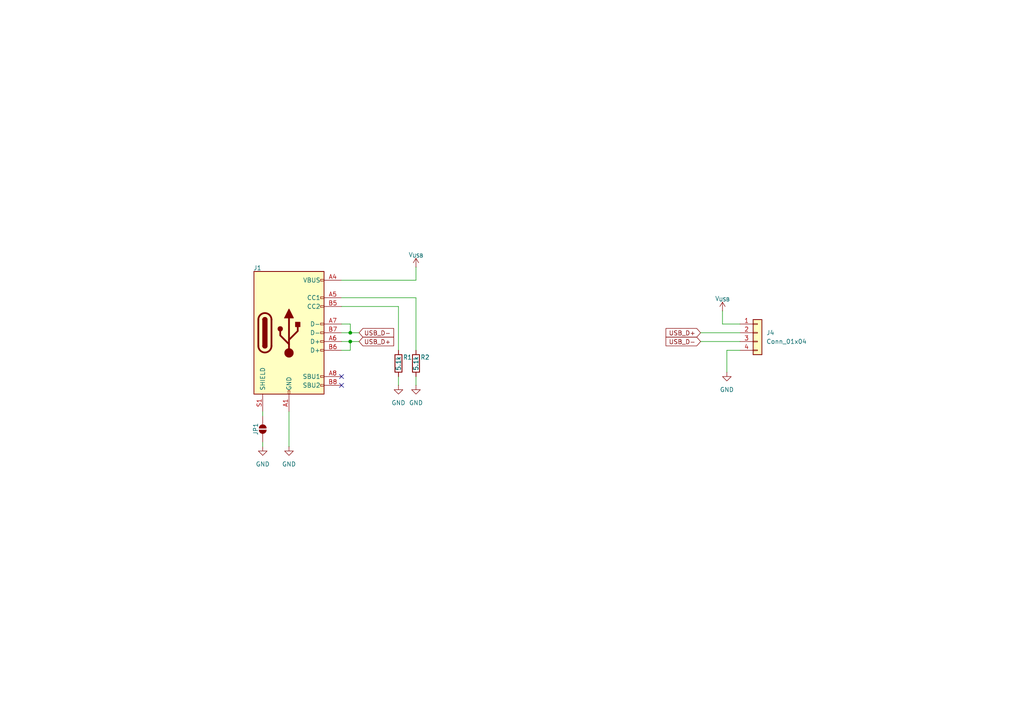
<source format=kicad_sch>
(kicad_sch (version 20231120) (generator "eeschema") (generator_version "8.0")
  (paper "A4")
  (lib_symbols
    (symbol "Connector:USB_C_Receptacle_USB2.0_16P" (pin_names (offset 1.016))
      (property "Reference" "J" (at 0 22.225 0))
      (property "Value" "USB_C_Receptacle_USB2.0_16P" (at 0 19.685 0))
      (symbol "USB_C_Receptacle_USB2.0_16P_0_0"
        (rectangle (start -0.254 -17.78) (end 0.254 -16.764))
        (rectangle (start 10.16 -14.986) (end 9.144 -15.494))
        (rectangle (start 10.16 -12.446) (end 9.144 -12.954))
        (rectangle (start 10.16 -4.826) (end 9.144 -5.334))
        (rectangle (start 10.16 -2.286) (end 9.144 -2.794))
        (rectangle (start 10.16 0.254) (end 9.144 -0.254))
        (rectangle (start 10.16 2.794) (end 9.144 2.286))
        (rectangle (start 10.16 7.874) (end 9.144 7.366))
        (rectangle (start 10.16 10.414) (end 9.144 9.906))
        (rectangle (start 10.16 15.494) (end 9.144 14.986))
      )
      (symbol "USB_C_Receptacle_USB2.0_16P_0_1"
        (rectangle (start -10.16 17.78) (end 10.16 -17.78) (stroke (width 0.254)) (fill (type background)))
        (arc (start -8.89 -3.81) (mid -6.985 -5.7067) (end -5.08 -3.81) (stroke (width 0.508)))
        (arc (start -7.62 -3.81) (mid -6.985 -4.4423) (end -6.35 -3.81) (stroke (width 0.254)))
        (arc (start -7.62 -3.81) (mid -6.985 -4.4423) (end -6.35 -3.81) (stroke (width 0.254)) (fill (type outline)))
        (rectangle (start -7.62 -3.81) (end -6.35 3.81) (stroke (width 0.254)) (fill (type outline)))
        (arc (start -6.35 3.81) (mid -6.985 4.4423) (end -7.62 3.81) (stroke (width 0.254)))
        (arc (start -6.35 3.81) (mid -6.985 4.4423) (end -7.62 3.81) (stroke (width 0.254)) (fill (type outline)))
        (arc (start -5.08 3.81) (mid -6.985 5.7067) (end -8.89 3.81) (stroke (width 0.508)))
        (circle (center -2.54 1.143) (radius 0.635) (stroke (width 0.254)) (fill (type outline)))
        (circle (center 0 -5.842) (radius 1.27) (fill (type outline)))
        (polyline (pts (xy -8.89 -3.81) (xy -8.89 3.81)) (stroke (width 0.508)))
        (polyline (pts (xy -5.08 3.81) (xy -5.08 -3.81)) (stroke (width 0.508)))
        (polyline (pts (xy 0 -5.842) (xy 0 4.318)) (stroke (width 0.508)))
        (polyline (pts (xy 0 -3.302) (xy -2.54 -0.762) (xy -2.54 0.508)) (stroke (width 0.508)))
        (polyline (pts (xy 0 -2.032) (xy 2.54 0.508) (xy 2.54 1.778)) (stroke (width 0.508)))
        (polyline (pts (xy -1.27 4.318) (xy 0 6.858) (xy 1.27 4.318) (xy -1.27 4.318)) (stroke (width 0.254)) (fill (type outline)))
        (rectangle (start 1.905 1.778) (end 3.175 3.048) (stroke (width 0.254)) (fill (type outline)))
      )
      (symbol "USB_C_Receptacle_USB2.0_16P_1_1"
        (pin passive line (at 0 -22.86 90) (length 5.08) (name "GND") (number "A1"))
        (pin passive line (at 0 -22.86 90) (length 5.08) hide (name "GND") (number "A12"))
        (pin passive line (at 15.24 15.24 180) (length 5.08) (name "VBUS") (number "A4"))
        (pin bidirectional line (at 15.24 10.16 180) (length 5.08) (name "CC1") (number "A5"))
        (pin bidirectional line (at 15.24 -2.54 180) (length 5.08) (name "D+") (number "A6"))
        (pin bidirectional line (at 15.24 2.54 180) (length 5.08) (name "D-") (number "A7"))
        (pin bidirectional line (at 15.24 -12.7 180) (length 5.08) (name "SBU1") (number "A8"))
        (pin passive line (at 15.24 15.24 180) (length 5.08) hide (name "VBUS") (number "A9"))
        (pin passive line (at 0 -22.86 90) (length 5.08) hide (name "GND") (number "B1"))
        (pin passive line (at 0 -22.86 90) (length 5.08) hide (name "GND") (number "B12"))
        (pin passive line (at 15.24 15.24 180) (length 5.08) hide (name "VBUS") (number "B4"))
        (pin bidirectional line (at 15.24 7.62 180) (length 5.08) (name "CC2") (number "B5"))
        (pin bidirectional line (at 15.24 -5.08 180) (length 5.08) (name "D+") (number "B6"))
        (pin bidirectional line (at 15.24 0 180) (length 5.08) (name "D-") (number "B7"))
        (pin bidirectional line (at 15.24 -15.24 180) (length 5.08) (name "SBU2") (number "B8"))
        (pin passive line (at 15.24 15.24 180) (length 5.08) hide (name "VBUS") (number "B9"))
        (pin passive line (at -7.62 -22.86 90) (length 5.08) (name "SHIELD") (number "S1"))
      )
    )
    (symbol "Connector_Generic:Conn_01x04" (pin_names (offset 1.016) hide)
      (property "Reference" "J" (at 0 5.08 0))
      (property "Value" "Conn_01x04" (at 0 -7.62 0))
      (symbol "Conn_01x04_1_1"
        (rectangle (start -1.27 -4.953) (end 0 -5.207) (stroke (width 0.1524)))
        (rectangle (start -1.27 -2.413) (end 0 -2.667) (stroke (width 0.1524)))
        (rectangle (start -1.27 0.127) (end 0 -0.127) (stroke (width 0.1524)))
        (rectangle (start -1.27 2.667) (end 0 2.413) (stroke (width 0.1524)))
        (rectangle (start -1.27 3.81) (end 1.27 -6.35) (stroke (width 0.254)) (fill (type background)))
        (pin passive line (at -5.08 2.54 0) (length 3.81) (name "Pin_1") (number "1"))
        (pin passive line (at -5.08 0 0) (length 3.81) (name "Pin_2") (number "2"))
        (pin passive line (at -5.08 -2.54 0) (length 3.81) (name "Pin_3") (number "3"))
        (pin passive line (at -5.08 -5.08 0) (length 3.81) (name "Pin_4") (number "4"))
      )
    )
    (symbol "Jumper:SolderJumper_2_Open" (pin_numbers hide) (pin_names (offset 0) hide) (exclude_from_sim yes) (in_bom no)
      (property "Reference" "JP" (at 0 2.032 0))
      (property "Value" "SolderJumper_2_Open" (at 0 -2.54 0))
      (symbol "SolderJumper_2_Open_0_1"
        (arc (start -0.254 1.016) (mid -1.2656 0) (end -0.254 -1.016))
        (arc (start -0.254 1.016) (mid -1.2656 0) (end -0.254 -1.016) (fill (type outline)))
        (polyline (pts (xy -0.254 1.016) (xy -0.254 -1.016)))
        (polyline (pts (xy 0.254 1.016) (xy 0.254 -1.016)))
        (arc (start 0.254 -1.016) (mid 1.2656 0) (end 0.254 1.016))
        (arc (start 0.254 -1.016) (mid 1.2656 0) (end 0.254 1.016) (fill (type outline)))
      )
      (symbol "SolderJumper_2_Open_1_1"
        (pin passive line (at -3.81 0 0) (length 2.54) (name "A") (number "1"))
        (pin passive line (at 3.81 0 180) (length 2.54) (name "B") (number "2"))
      )
    )
    (symbol "R_1" (pin_numbers hide) (pin_names (offset 0))
      (property "Reference" "R1" (at 2.54 1.2701 0))
      (property "Value" "R" (at 0 0 90))
      (symbol "R_1_0_1"
        (rectangle (start -1.016 -2.54) (end 1.016 2.54) (stroke (width 0.254)))
      )
      (symbol "R_1_1_1"
        (pin passive line (at 0 3.81 270) (length 1.27) (name "~") (number "1"))
        (pin passive line (at 0 -3.81 90) (length 1.27) (name "~") (number "2"))
      )
    )
    (symbol "R_3" (pin_numbers hide) (pin_names (offset 0))
      (property "Reference" "R1" (at 2.54 1.2701 0))
      (property "Value" "R" (at 0 0 90))
      (symbol "R_3_0_1"
        (rectangle (start -1.016 -2.54) (end 1.016 2.54) (stroke (width 0.254)))
      )
      (symbol "R_3_1_1"
        (pin passive line (at 0 3.81 270) (length 1.27) (name "~") (number "1"))
        (pin passive line (at 0 -3.81 90) (length 1.27) (name "~") (number "2"))
      )
    )
    (symbol "power:+BATT" (power) (pin_numbers hide) (pin_names (offset 0) hide)
      (property "Value" "+BATT" (at 0 3.556 0))
      (symbol "+BATT_0_1"
        (polyline (pts (xy -0.762 1.27) (xy 0 2.54)))
        (polyline (pts (xy 0 0) (xy 0 2.54)))
        (polyline (pts (xy 0 2.54) (xy 0.762 1.27)))
      )
      (symbol "+BATT_1_1"
        (pin power_in line (at 0 0 90) (length 0) (name "~") (number "1"))
      )
    )
    (symbol "power:GND" (power) (pin_numbers hide) (pin_names (offset 0) hide)
      (property "Value" "GND" (at 0 -3.81 0))
      (symbol "GND_0_1"
        (polyline (pts (xy 0 0) (xy 0 -1.27) (xy 1.27 -1.27) (xy 0 -2.54) (xy -1.27 -1.27) (xy 0 -1.27)))
      )
      (symbol "GND_1_1"
        (pin power_in line (at 0 0 270) (length 0) (name "~") (number "1"))
      )
    )
  )
  (junction (at 101.6 96.52))
  (junction (at 101.6 99.06))
  (no_connect (at 99.06 109.22))
  (no_connect (at 99.06 111.76))
  (wire (pts (xy 115.57 111.76) (xy 115.57 109.22)))
  (wire (pts (xy 99.06 81.28) (xy 120.65 81.28)))
  (wire (pts (xy 101.6 99.06) (xy 104.14 99.06)))
  (wire (pts (xy 83.82 119.38) (xy 83.82 129.54)))
  (wire (pts (xy 210.82 101.6) (xy 214.63 101.6)))
  (wire (pts (xy 101.6 96.52) (xy 104.14 96.52)))
  (wire (pts (xy 101.6 101.6) (xy 101.6 99.06)))
  (wire (pts (xy 99.06 88.9) (xy 115.57 88.9)))
  (wire (pts (xy 99.06 96.52) (xy 101.6 96.52)))
  (wire (pts (xy 76.2 128.27) (xy 76.2 129.54)))
  (wire (pts (xy 99.06 93.98) (xy 101.6 93.98)))
  (wire (pts (xy 120.65 109.22) (xy 120.65 111.76)))
  (wire (pts (xy 209.55 90.17) (xy 209.55 93.98)))
  (wire (pts (xy 120.65 86.36) (xy 120.65 101.6)))
  (wire (pts (xy 101.6 93.98) (xy 101.6 96.52)))
  (wire (pts (xy 76.2 119.38) (xy 76.2 120.65)))
  (wire (pts (xy 210.82 107.95) (xy 210.82 101.6)))
  (wire (pts (xy 99.06 99.06) (xy 101.6 99.06)))
  (wire (pts (xy 203.2 96.52) (xy 214.63 96.52)))
  (wire (pts (xy 99.06 101.6) (xy 101.6 101.6)))
  (wire (pts (xy 99.06 86.36) (xy 120.65 86.36)))
  (wire (pts (xy 209.55 93.98) (xy 214.63 93.98)))
  (wire (pts (xy 115.57 88.9) (xy 115.57 101.6)))
  (wire (pts (xy 203.2 99.06) (xy 214.63 99.06)))
  (wire (pts (xy 120.65 81.28) (xy 120.65 77.47)))
  (global_label "USB_D+" (shape input) (at 203.2 96.52 180) (property "Intersheetrefs" "${INTERSHEET_REFS}" (effects (hide yes))))
  (global_label "USB_D-" (shape input) (at 203.2 99.06 180) (property "Intersheetrefs" "${INTERSHEET_REFS}" (effects (hide yes))))
  (global_label "USB_D-" (shape input) (at 104.14 96.52 0) (property "Intersheetrefs" "${INTERSHEET_REFS}" (effects (hide yes))))
  (global_label "USB_D+" (shape input) (at 104.14 99.06 0) (property "Intersheetrefs" "${INTERSHEET_REFS}" (effects (hide yes))))
  (symbol (lib_id "power:+BATT") (at 209.55 90.17 0) (unit 1)
    (property "Reference" "#PWR06" (effects (hide yes)))
    (property "Value" "V_{USB}" (at 209.55 86.614 0))
    (property "Description" "Power symbol creates a global label with name \"+BATT\"" (effects (hide yes)))
  )
  (symbol (lib_name "R_1") (lib_id "Device:R") (at 115.57 105.41 0) (unit 1)
    (property "Reference" "R1" (at 116.84 103.632 0) (effects (justify left)))
    (property "Value" "5.1k" (at 115.57 105.41 90))
    (property "Footprint" "Resistor_SMD:R_1206_3216Metric" (effects (hide yes)))
    (property "Description" "Resistor" (effects (hide yes)))
    (property "DIGIKEY" "311-5.10KFRCT-ND" (effects (hide yes)))
    (property "Manufacturer" "YAGEO" (effects (hide yes)))
    (property "Part Number" "RC1206FR-075K1L" (effects (hide yes)))
  )
  (symbol (lib_id "power:GND") (at 120.65 111.76 0) (unit 1)
    (property "Reference" "#PWR05" (effects (hide yes)))
    (property "Value" "GND" (at 120.65 116.84 0))
    (property "Description" "Power symbol creates a global label with name \"GND\" , ground" (effects (hide yes)))
  )
  (symbol (lib_id "Connector_Generic:Conn_01x04") (at 219.71 96.52 0) (unit 1)
    (property "Reference" "J4" (at 222.25 96.5199 0) (effects (justify left)))
    (property "Value" "Conn_01x04" (at 222.25 99.0599 0) (effects (justify left)))
    (property "Footprint" "Connector_PinSocket_2.54mm:PinSocket_1x04_P2.54mm_Vertical" (effects (hide yes)))
    (property "Description" "Generic connector, single row, 01x04, script generated (kicad-library-utils/schlib/autogen/connector/)" (effects (hide yes)))
  )
  (symbol (lib_name "R_3") (lib_id "Device:R") (at 120.65 105.41 0) (unit 1)
    (property "Reference" "R2" (at 121.92 103.632 0) (effects (justify left)))
    (property "Value" "5.1k" (at 120.65 105.41 90))
    (property "Footprint" "Resistor_SMD:R_1206_3216Metric" (effects (hide yes)))
    (property "Description" "Resistor" (effects (hide yes)))
    (property "DIGIKEY" "311-5.10KFRCT-ND" (effects (hide yes)))
    (property "Manufacturer" "YAGEO" (effects (hide yes)))
    (property "Part Number" "RC1206FR-075K1L" (effects (hide yes)))
  )
  (symbol (lib_id "Connector:USB_C_Receptacle_USB2.0_16P") (at 83.82 96.52 0) (unit 1)
    (property "Reference" "J1" (at 74.676 77.724 0))
    (property "Value" "USB_C_Port_USB2.0_16P" (effects (hide yes)))
    (property "Footprint" "Connector_USB:USB_C_Receptacle_GCT_USB4105-xx-A_16P_TopMnt_Horizontal" (effects (hide yes)))
    (property "Datasheet" "https://www.usb.org/sites/default/files/documents/usb_type-c.zip" (effects (hide yes)))
    (property "Description" "USB 2.0-only 16P Type-C Receptacle" (effects (hide yes)))
    (property "DIGIKEY" "2073-USB4105-GF-ACT-ND" (effects (hide yes)))
    (property "Manufacturer" "GCT" (effects (hide yes)))
    (property "Part Number" "USB4105-GF-A" (effects (hide yes)))
  )
  (symbol (lib_id "power:+BATT") (at 120.65 77.47 0) (unit 1)
    (property "Reference" "#PWR04" (effects (hide yes)))
    (property "Value" "V_{USB}" (at 120.65 73.914 0))
    (property "Description" "Power symbol creates a global label with name \"+BATT\"" (effects (hide yes)))
  )
  (symbol (lib_id "power:GND") (at 115.57 111.76 0) (unit 1)
    (property "Reference" "#PWR03" (effects (hide yes)))
    (property "Value" "GND" (at 115.57 116.84 0))
    (property "Description" "Power symbol creates a global label with name \"GND\" , ground" (effects (hide yes)))
  )
  (symbol (lib_id "power:GND") (at 210.82 107.95 0) (unit 1)
    (property "Reference" "#PWR07" (effects (hide yes)))
    (property "Value" "GND" (at 210.82 113.03 0))
    (property "Description" "Power symbol creates a global label with name \"GND\" , ground" (effects (hide yes)))
  )
  (symbol (lib_id "power:GND") (at 83.82 129.54 0) (unit 1)
    (property "Reference" "#PWR02" (effects (hide yes)))
    (property "Value" "GND" (at 83.82 134.62 0))
    (property "Description" "Power symbol creates a global label with name \"GND\" , ground" (effects (hide yes)))
  )
  (symbol (lib_id "power:GND") (at 76.2 129.54 0) (unit 1)
    (property "Reference" "#PWR01" (effects (hide yes)))
    (property "Value" "GND" (at 76.2 134.62 0))
    (property "Description" "Power symbol creates a global label with name \"GND\" , ground" (effects (hide yes)))
  )
  (symbol (lib_id "Jumper:SolderJumper_2_Open") (at 76.2 124.46 90) (unit 1) (exclude_from_sim yes) (in_bom no)
    (property "Reference" "JP1" (at 74.168 124.46 0))
    (property "Value" "Open" (effects (hide yes)))
    (property "Footprint" "Jumper:SolderJumper-2_P1.3mm_Open_RoundedPad1.0x1.5mm" (effects (hide yes)))
    (property "Description" "Solder Jumper, 2-pole, open" (effects (hide yes)))
  )
)
</source>
